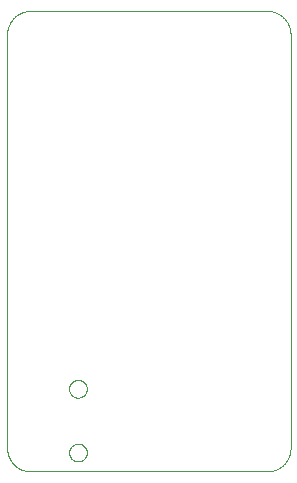
<source format=gbp>
G75*
%MOIN*%
%OFA0B0*%
%FSLAX25Y25*%
%IPPOS*%
%LPD*%
%AMOC8*
5,1,8,0,0,1.08239X$1,22.5*
%
%ADD10C,0.00000*%
D10*
X0009971Y0009124D02*
X0088711Y0009124D01*
X0088901Y0009126D01*
X0089091Y0009133D01*
X0089281Y0009145D01*
X0089471Y0009161D01*
X0089660Y0009181D01*
X0089849Y0009207D01*
X0090037Y0009236D01*
X0090224Y0009271D01*
X0090410Y0009310D01*
X0090595Y0009353D01*
X0090780Y0009401D01*
X0090963Y0009453D01*
X0091144Y0009509D01*
X0091324Y0009570D01*
X0091503Y0009636D01*
X0091680Y0009705D01*
X0091856Y0009779D01*
X0092029Y0009857D01*
X0092201Y0009940D01*
X0092370Y0010026D01*
X0092538Y0010116D01*
X0092703Y0010211D01*
X0092866Y0010309D01*
X0093026Y0010412D01*
X0093184Y0010518D01*
X0093339Y0010628D01*
X0093492Y0010741D01*
X0093642Y0010859D01*
X0093788Y0010980D01*
X0093932Y0011104D01*
X0094073Y0011232D01*
X0094211Y0011363D01*
X0094346Y0011498D01*
X0094477Y0011636D01*
X0094605Y0011777D01*
X0094729Y0011921D01*
X0094850Y0012067D01*
X0094968Y0012217D01*
X0095081Y0012370D01*
X0095191Y0012525D01*
X0095297Y0012683D01*
X0095400Y0012843D01*
X0095498Y0013006D01*
X0095593Y0013171D01*
X0095683Y0013339D01*
X0095769Y0013508D01*
X0095852Y0013680D01*
X0095930Y0013853D01*
X0096004Y0014029D01*
X0096073Y0014206D01*
X0096139Y0014385D01*
X0096200Y0014565D01*
X0096256Y0014746D01*
X0096308Y0014929D01*
X0096356Y0015114D01*
X0096399Y0015299D01*
X0096438Y0015485D01*
X0096473Y0015672D01*
X0096502Y0015860D01*
X0096528Y0016049D01*
X0096548Y0016238D01*
X0096564Y0016428D01*
X0096576Y0016618D01*
X0096583Y0016808D01*
X0096585Y0016998D01*
X0096585Y0154793D01*
X0096583Y0154983D01*
X0096576Y0155173D01*
X0096564Y0155363D01*
X0096548Y0155553D01*
X0096528Y0155742D01*
X0096502Y0155931D01*
X0096473Y0156119D01*
X0096438Y0156306D01*
X0096399Y0156492D01*
X0096356Y0156677D01*
X0096308Y0156862D01*
X0096256Y0157045D01*
X0096200Y0157226D01*
X0096139Y0157406D01*
X0096073Y0157585D01*
X0096004Y0157762D01*
X0095930Y0157938D01*
X0095852Y0158111D01*
X0095769Y0158283D01*
X0095683Y0158452D01*
X0095593Y0158620D01*
X0095498Y0158785D01*
X0095400Y0158948D01*
X0095297Y0159108D01*
X0095191Y0159266D01*
X0095081Y0159421D01*
X0094968Y0159574D01*
X0094850Y0159724D01*
X0094729Y0159870D01*
X0094605Y0160014D01*
X0094477Y0160155D01*
X0094346Y0160293D01*
X0094211Y0160428D01*
X0094073Y0160559D01*
X0093932Y0160687D01*
X0093788Y0160811D01*
X0093642Y0160932D01*
X0093492Y0161050D01*
X0093339Y0161163D01*
X0093184Y0161273D01*
X0093026Y0161379D01*
X0092866Y0161482D01*
X0092703Y0161580D01*
X0092538Y0161675D01*
X0092370Y0161765D01*
X0092201Y0161851D01*
X0092029Y0161934D01*
X0091856Y0162012D01*
X0091680Y0162086D01*
X0091503Y0162155D01*
X0091324Y0162221D01*
X0091144Y0162282D01*
X0090963Y0162338D01*
X0090780Y0162390D01*
X0090595Y0162438D01*
X0090410Y0162481D01*
X0090224Y0162520D01*
X0090037Y0162555D01*
X0089849Y0162584D01*
X0089660Y0162610D01*
X0089471Y0162630D01*
X0089281Y0162646D01*
X0089091Y0162658D01*
X0088901Y0162665D01*
X0088711Y0162667D01*
X0009971Y0162667D01*
X0009781Y0162665D01*
X0009591Y0162658D01*
X0009401Y0162646D01*
X0009211Y0162630D01*
X0009022Y0162610D01*
X0008833Y0162584D01*
X0008645Y0162555D01*
X0008458Y0162520D01*
X0008272Y0162481D01*
X0008087Y0162438D01*
X0007902Y0162390D01*
X0007719Y0162338D01*
X0007538Y0162282D01*
X0007358Y0162221D01*
X0007179Y0162155D01*
X0007002Y0162086D01*
X0006826Y0162012D01*
X0006653Y0161934D01*
X0006481Y0161851D01*
X0006312Y0161765D01*
X0006144Y0161675D01*
X0005979Y0161580D01*
X0005816Y0161482D01*
X0005656Y0161379D01*
X0005498Y0161273D01*
X0005343Y0161163D01*
X0005190Y0161050D01*
X0005040Y0160932D01*
X0004894Y0160811D01*
X0004750Y0160687D01*
X0004609Y0160559D01*
X0004471Y0160428D01*
X0004336Y0160293D01*
X0004205Y0160155D01*
X0004077Y0160014D01*
X0003953Y0159870D01*
X0003832Y0159724D01*
X0003714Y0159574D01*
X0003601Y0159421D01*
X0003491Y0159266D01*
X0003385Y0159108D01*
X0003282Y0158948D01*
X0003184Y0158785D01*
X0003089Y0158620D01*
X0002999Y0158452D01*
X0002913Y0158283D01*
X0002830Y0158111D01*
X0002752Y0157938D01*
X0002678Y0157762D01*
X0002609Y0157585D01*
X0002543Y0157406D01*
X0002482Y0157226D01*
X0002426Y0157045D01*
X0002374Y0156862D01*
X0002326Y0156677D01*
X0002283Y0156492D01*
X0002244Y0156306D01*
X0002209Y0156119D01*
X0002180Y0155931D01*
X0002154Y0155742D01*
X0002134Y0155553D01*
X0002118Y0155363D01*
X0002106Y0155173D01*
X0002099Y0154983D01*
X0002097Y0154793D01*
X0002097Y0016998D01*
X0002099Y0016808D01*
X0002106Y0016618D01*
X0002118Y0016428D01*
X0002134Y0016238D01*
X0002154Y0016049D01*
X0002180Y0015860D01*
X0002209Y0015672D01*
X0002244Y0015485D01*
X0002283Y0015299D01*
X0002326Y0015114D01*
X0002374Y0014929D01*
X0002426Y0014746D01*
X0002482Y0014565D01*
X0002543Y0014385D01*
X0002609Y0014206D01*
X0002678Y0014029D01*
X0002752Y0013853D01*
X0002830Y0013680D01*
X0002913Y0013508D01*
X0002999Y0013339D01*
X0003089Y0013171D01*
X0003184Y0013006D01*
X0003282Y0012843D01*
X0003385Y0012683D01*
X0003491Y0012525D01*
X0003601Y0012370D01*
X0003714Y0012217D01*
X0003832Y0012067D01*
X0003953Y0011921D01*
X0004077Y0011777D01*
X0004205Y0011636D01*
X0004336Y0011498D01*
X0004471Y0011363D01*
X0004609Y0011232D01*
X0004750Y0011104D01*
X0004894Y0010980D01*
X0005040Y0010859D01*
X0005190Y0010741D01*
X0005343Y0010628D01*
X0005498Y0010518D01*
X0005656Y0010412D01*
X0005816Y0010309D01*
X0005979Y0010211D01*
X0006144Y0010116D01*
X0006312Y0010026D01*
X0006481Y0009940D01*
X0006653Y0009857D01*
X0006826Y0009779D01*
X0007002Y0009705D01*
X0007179Y0009636D01*
X0007358Y0009570D01*
X0007538Y0009509D01*
X0007719Y0009453D01*
X0007902Y0009401D01*
X0008087Y0009353D01*
X0008272Y0009310D01*
X0008458Y0009271D01*
X0008645Y0009236D01*
X0008833Y0009207D01*
X0009022Y0009181D01*
X0009211Y0009161D01*
X0009401Y0009145D01*
X0009591Y0009133D01*
X0009781Y0009126D01*
X0009971Y0009124D01*
X0022766Y0015423D02*
X0022768Y0015531D01*
X0022774Y0015640D01*
X0022784Y0015748D01*
X0022798Y0015855D01*
X0022816Y0015962D01*
X0022837Y0016069D01*
X0022863Y0016174D01*
X0022893Y0016279D01*
X0022926Y0016382D01*
X0022963Y0016484D01*
X0023004Y0016584D01*
X0023048Y0016683D01*
X0023097Y0016781D01*
X0023148Y0016876D01*
X0023203Y0016969D01*
X0023262Y0017061D01*
X0023324Y0017150D01*
X0023389Y0017237D01*
X0023457Y0017321D01*
X0023528Y0017403D01*
X0023602Y0017482D01*
X0023679Y0017558D01*
X0023759Y0017632D01*
X0023842Y0017702D01*
X0023927Y0017770D01*
X0024014Y0017834D01*
X0024104Y0017895D01*
X0024196Y0017953D01*
X0024290Y0018007D01*
X0024386Y0018058D01*
X0024483Y0018105D01*
X0024583Y0018149D01*
X0024684Y0018189D01*
X0024786Y0018225D01*
X0024889Y0018257D01*
X0024994Y0018286D01*
X0025100Y0018310D01*
X0025206Y0018331D01*
X0025313Y0018348D01*
X0025421Y0018361D01*
X0025529Y0018370D01*
X0025638Y0018375D01*
X0025746Y0018376D01*
X0025855Y0018373D01*
X0025963Y0018366D01*
X0026071Y0018355D01*
X0026178Y0018340D01*
X0026285Y0018321D01*
X0026391Y0018298D01*
X0026496Y0018272D01*
X0026601Y0018241D01*
X0026703Y0018207D01*
X0026805Y0018169D01*
X0026905Y0018127D01*
X0027004Y0018082D01*
X0027101Y0018033D01*
X0027195Y0017980D01*
X0027288Y0017924D01*
X0027379Y0017865D01*
X0027468Y0017802D01*
X0027554Y0017737D01*
X0027638Y0017668D01*
X0027719Y0017596D01*
X0027797Y0017521D01*
X0027873Y0017443D01*
X0027946Y0017362D01*
X0028016Y0017279D01*
X0028082Y0017194D01*
X0028146Y0017106D01*
X0028206Y0017015D01*
X0028263Y0016923D01*
X0028316Y0016828D01*
X0028366Y0016732D01*
X0028412Y0016634D01*
X0028455Y0016534D01*
X0028494Y0016433D01*
X0028529Y0016330D01*
X0028561Y0016227D01*
X0028588Y0016122D01*
X0028612Y0016016D01*
X0028632Y0015909D01*
X0028648Y0015802D01*
X0028660Y0015694D01*
X0028668Y0015586D01*
X0028672Y0015477D01*
X0028672Y0015369D01*
X0028668Y0015260D01*
X0028660Y0015152D01*
X0028648Y0015044D01*
X0028632Y0014937D01*
X0028612Y0014830D01*
X0028588Y0014724D01*
X0028561Y0014619D01*
X0028529Y0014516D01*
X0028494Y0014413D01*
X0028455Y0014312D01*
X0028412Y0014212D01*
X0028366Y0014114D01*
X0028316Y0014018D01*
X0028263Y0013923D01*
X0028206Y0013831D01*
X0028146Y0013740D01*
X0028082Y0013652D01*
X0028016Y0013567D01*
X0027946Y0013484D01*
X0027873Y0013403D01*
X0027797Y0013325D01*
X0027719Y0013250D01*
X0027638Y0013178D01*
X0027554Y0013109D01*
X0027468Y0013044D01*
X0027379Y0012981D01*
X0027288Y0012922D01*
X0027196Y0012866D01*
X0027101Y0012813D01*
X0027004Y0012764D01*
X0026905Y0012719D01*
X0026805Y0012677D01*
X0026703Y0012639D01*
X0026601Y0012605D01*
X0026496Y0012574D01*
X0026391Y0012548D01*
X0026285Y0012525D01*
X0026178Y0012506D01*
X0026071Y0012491D01*
X0025963Y0012480D01*
X0025855Y0012473D01*
X0025746Y0012470D01*
X0025638Y0012471D01*
X0025529Y0012476D01*
X0025421Y0012485D01*
X0025313Y0012498D01*
X0025206Y0012515D01*
X0025100Y0012536D01*
X0024994Y0012560D01*
X0024889Y0012589D01*
X0024786Y0012621D01*
X0024684Y0012657D01*
X0024583Y0012697D01*
X0024483Y0012741D01*
X0024386Y0012788D01*
X0024290Y0012839D01*
X0024196Y0012893D01*
X0024104Y0012951D01*
X0024014Y0013012D01*
X0023927Y0013076D01*
X0023842Y0013144D01*
X0023759Y0013214D01*
X0023679Y0013288D01*
X0023602Y0013364D01*
X0023528Y0013443D01*
X0023457Y0013525D01*
X0023389Y0013609D01*
X0023324Y0013696D01*
X0023262Y0013785D01*
X0023203Y0013877D01*
X0023148Y0013970D01*
X0023097Y0014065D01*
X0023048Y0014163D01*
X0023004Y0014262D01*
X0022963Y0014362D01*
X0022926Y0014464D01*
X0022893Y0014567D01*
X0022863Y0014672D01*
X0022837Y0014777D01*
X0022816Y0014884D01*
X0022798Y0014991D01*
X0022784Y0015098D01*
X0022774Y0015206D01*
X0022768Y0015315D01*
X0022766Y0015423D01*
X0022766Y0036683D02*
X0022768Y0036791D01*
X0022774Y0036900D01*
X0022784Y0037008D01*
X0022798Y0037115D01*
X0022816Y0037222D01*
X0022837Y0037329D01*
X0022863Y0037434D01*
X0022893Y0037539D01*
X0022926Y0037642D01*
X0022963Y0037744D01*
X0023004Y0037844D01*
X0023048Y0037943D01*
X0023097Y0038041D01*
X0023148Y0038136D01*
X0023203Y0038229D01*
X0023262Y0038321D01*
X0023324Y0038410D01*
X0023389Y0038497D01*
X0023457Y0038581D01*
X0023528Y0038663D01*
X0023602Y0038742D01*
X0023679Y0038818D01*
X0023759Y0038892D01*
X0023842Y0038962D01*
X0023927Y0039030D01*
X0024014Y0039094D01*
X0024104Y0039155D01*
X0024196Y0039213D01*
X0024290Y0039267D01*
X0024386Y0039318D01*
X0024483Y0039365D01*
X0024583Y0039409D01*
X0024684Y0039449D01*
X0024786Y0039485D01*
X0024889Y0039517D01*
X0024994Y0039546D01*
X0025100Y0039570D01*
X0025206Y0039591D01*
X0025313Y0039608D01*
X0025421Y0039621D01*
X0025529Y0039630D01*
X0025638Y0039635D01*
X0025746Y0039636D01*
X0025855Y0039633D01*
X0025963Y0039626D01*
X0026071Y0039615D01*
X0026178Y0039600D01*
X0026285Y0039581D01*
X0026391Y0039558D01*
X0026496Y0039532D01*
X0026601Y0039501D01*
X0026703Y0039467D01*
X0026805Y0039429D01*
X0026905Y0039387D01*
X0027004Y0039342D01*
X0027101Y0039293D01*
X0027195Y0039240D01*
X0027288Y0039184D01*
X0027379Y0039125D01*
X0027468Y0039062D01*
X0027554Y0038997D01*
X0027638Y0038928D01*
X0027719Y0038856D01*
X0027797Y0038781D01*
X0027873Y0038703D01*
X0027946Y0038622D01*
X0028016Y0038539D01*
X0028082Y0038454D01*
X0028146Y0038366D01*
X0028206Y0038275D01*
X0028263Y0038183D01*
X0028316Y0038088D01*
X0028366Y0037992D01*
X0028412Y0037894D01*
X0028455Y0037794D01*
X0028494Y0037693D01*
X0028529Y0037590D01*
X0028561Y0037487D01*
X0028588Y0037382D01*
X0028612Y0037276D01*
X0028632Y0037169D01*
X0028648Y0037062D01*
X0028660Y0036954D01*
X0028668Y0036846D01*
X0028672Y0036737D01*
X0028672Y0036629D01*
X0028668Y0036520D01*
X0028660Y0036412D01*
X0028648Y0036304D01*
X0028632Y0036197D01*
X0028612Y0036090D01*
X0028588Y0035984D01*
X0028561Y0035879D01*
X0028529Y0035776D01*
X0028494Y0035673D01*
X0028455Y0035572D01*
X0028412Y0035472D01*
X0028366Y0035374D01*
X0028316Y0035278D01*
X0028263Y0035183D01*
X0028206Y0035091D01*
X0028146Y0035000D01*
X0028082Y0034912D01*
X0028016Y0034827D01*
X0027946Y0034744D01*
X0027873Y0034663D01*
X0027797Y0034585D01*
X0027719Y0034510D01*
X0027638Y0034438D01*
X0027554Y0034369D01*
X0027468Y0034304D01*
X0027379Y0034241D01*
X0027288Y0034182D01*
X0027196Y0034126D01*
X0027101Y0034073D01*
X0027004Y0034024D01*
X0026905Y0033979D01*
X0026805Y0033937D01*
X0026703Y0033899D01*
X0026601Y0033865D01*
X0026496Y0033834D01*
X0026391Y0033808D01*
X0026285Y0033785D01*
X0026178Y0033766D01*
X0026071Y0033751D01*
X0025963Y0033740D01*
X0025855Y0033733D01*
X0025746Y0033730D01*
X0025638Y0033731D01*
X0025529Y0033736D01*
X0025421Y0033745D01*
X0025313Y0033758D01*
X0025206Y0033775D01*
X0025100Y0033796D01*
X0024994Y0033820D01*
X0024889Y0033849D01*
X0024786Y0033881D01*
X0024684Y0033917D01*
X0024583Y0033957D01*
X0024483Y0034001D01*
X0024386Y0034048D01*
X0024290Y0034099D01*
X0024196Y0034153D01*
X0024104Y0034211D01*
X0024014Y0034272D01*
X0023927Y0034336D01*
X0023842Y0034404D01*
X0023759Y0034474D01*
X0023679Y0034548D01*
X0023602Y0034624D01*
X0023528Y0034703D01*
X0023457Y0034785D01*
X0023389Y0034869D01*
X0023324Y0034956D01*
X0023262Y0035045D01*
X0023203Y0035137D01*
X0023148Y0035230D01*
X0023097Y0035325D01*
X0023048Y0035423D01*
X0023004Y0035522D01*
X0022963Y0035622D01*
X0022926Y0035724D01*
X0022893Y0035827D01*
X0022863Y0035932D01*
X0022837Y0036037D01*
X0022816Y0036144D01*
X0022798Y0036251D01*
X0022784Y0036358D01*
X0022774Y0036466D01*
X0022768Y0036575D01*
X0022766Y0036683D01*
M02*

</source>
